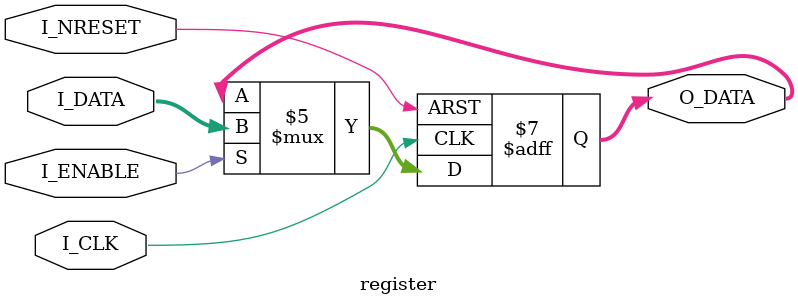
<source format=sv>

module register #(parameter integer P_WIDTH = 16)
       (input wire I_CLK,
        input wire I_ENABLE,
        input wire I_NRESET,
        input wire [P_WIDTH - 1 : 0] I_DATA,
        output reg [P_WIDTH - 1 : 0] O_DATA = 0);

always @(posedge I_CLK or negedge I_NRESET) begin
    if (!I_NRESET)
        O_DATA = 0;
    else begin
        if (I_ENABLE)
            O_DATA = I_DATA;
        else
            O_DATA = O_DATA;
    end
end
endmodule

</source>
